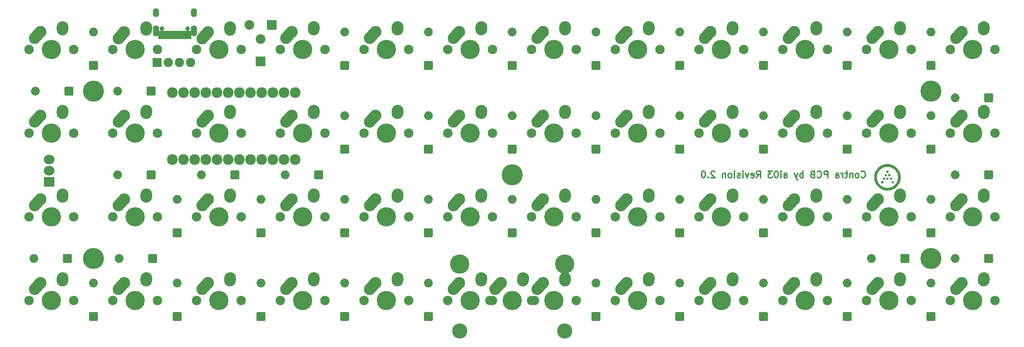
<source format=gbs>
G04 #@! TF.GenerationSoftware,KiCad,Pcbnew,(6.0.2)*
G04 #@! TF.CreationDate,2022-04-02T12:37:14+05:30*
G04 #@! TF.ProjectId,Contra,436f6e74-7261-42e6-9b69-6361645f7063,rev?*
G04 #@! TF.SameCoordinates,Original*
G04 #@! TF.FileFunction,Soldermask,Bot*
G04 #@! TF.FilePolarity,Negative*
%FSLAX46Y46*%
G04 Gerber Fmt 4.6, Leading zero omitted, Abs format (unit mm)*
G04 Created by KiCad (PCBNEW (6.0.2)) date 2022-04-02 12:37:14*
%MOMM*%
%LPD*%
G01*
G04 APERTURE LIST*
G04 Aperture macros list*
%AMRoundRect*
0 Rectangle with rounded corners*
0 $1 Rounding radius*
0 $2 $3 $4 $5 $6 $7 $8 $9 X,Y pos of 4 corners*
0 Add a 4 corners polygon primitive as box body*
4,1,4,$2,$3,$4,$5,$6,$7,$8,$9,$2,$3,0*
0 Add four circle primitives for the rounded corners*
1,1,$1+$1,$2,$3*
1,1,$1+$1,$4,$5*
1,1,$1+$1,$6,$7*
1,1,$1+$1,$8,$9*
0 Add four rect primitives between the rounded corners*
20,1,$1+$1,$2,$3,$4,$5,0*
20,1,$1+$1,$4,$5,$6,$7,0*
20,1,$1+$1,$6,$7,$8,$9,0*
20,1,$1+$1,$8,$9,$2,$3,0*%
%AMHorizOval*
0 Thick line with rounded ends*
0 $1 width*
0 $2 $3 position (X,Y) of the first rounded end (center of the circle)*
0 $4 $5 position (X,Y) of the second rounded end (center of the circle)*
0 Add line between two ends*
20,1,$1,$2,$3,$4,$5,0*
0 Add two circle primitives to create the rounded ends*
1,1,$1,$2,$3*
1,1,$1,$4,$5*%
G04 Aperture macros list end*
%ADD10C,0.300000*%
%ADD11C,0.010000*%
%ADD12C,2.150000*%
%ADD13C,4.387800*%
%ADD14C,2.650000*%
%ADD15HorizOval,2.650000X0.655001X0.730000X-0.655001X-0.730000X0*%
%ADD16HorizOval,2.650000X0.020000X0.290000X-0.020000X-0.290000X0*%
%ADD17C,3.448000*%
%ADD18C,1.100000*%
%ADD19C,4.800000*%
%ADD20RoundRect,0.200000X0.800000X-0.800000X0.800000X0.800000X-0.800000X0.800000X-0.800000X-0.800000X0*%
%ADD21O,2.000000X2.000000*%
%ADD22RoundRect,0.200000X0.800000X0.800000X-0.800000X0.800000X-0.800000X-0.800000X0.800000X-0.800000X0*%
%ADD23RoundRect,0.200000X0.850000X-0.850000X0.850000X0.850000X-0.850000X0.850000X-0.850000X-0.850000X0*%
%ADD24O,2.100000X2.100000*%
%ADD25RoundRect,0.200000X0.900000X-0.900000X0.900000X0.900000X-0.900000X0.900000X-0.900000X-0.900000X0*%
%ADD26O,2.200000X2.200000*%
%ADD27RoundRect,0.200000X0.900000X0.900000X-0.900000X0.900000X-0.900000X-0.900000X0.900000X-0.900000X0*%
%ADD28RoundRect,0.200000X1.015000X0.865000X-1.015000X0.865000X-1.015000X-0.865000X1.015000X-0.865000X0*%
%ADD29O,2.430000X2.130000*%
%ADD30C,2.432000*%
%ADD31C,1.050000*%
%ADD32RoundRect,0.200000X-0.300000X-0.725000X0.300000X-0.725000X0.300000X0.725000X-0.300000X0.725000X0*%
%ADD33RoundRect,0.200000X-0.150000X-0.725000X0.150000X-0.725000X0.150000X0.725000X-0.150000X0.725000X0*%
%ADD34O,1.400000X2.500000*%
%ADD35O,1.400000X2.000000*%
G04 APERTURE END LIST*
D10*
X222331605Y-67159914D02*
X222403034Y-67231342D01*
X222617320Y-67302771D01*
X222760177Y-67302771D01*
X222974462Y-67231342D01*
X223117320Y-67088485D01*
X223188748Y-66945628D01*
X223260177Y-66659914D01*
X223260177Y-66445628D01*
X223188748Y-66159914D01*
X223117320Y-66017057D01*
X222974462Y-65874200D01*
X222760177Y-65802771D01*
X222617320Y-65802771D01*
X222403034Y-65874200D01*
X222331605Y-65945628D01*
X221474462Y-67302771D02*
X221617320Y-67231342D01*
X221688748Y-67159914D01*
X221760177Y-67017057D01*
X221760177Y-66588485D01*
X221688748Y-66445628D01*
X221617320Y-66374200D01*
X221474462Y-66302771D01*
X221260177Y-66302771D01*
X221117320Y-66374200D01*
X221045891Y-66445628D01*
X220974462Y-66588485D01*
X220974462Y-67017057D01*
X221045891Y-67159914D01*
X221117320Y-67231342D01*
X221260177Y-67302771D01*
X221474462Y-67302771D01*
X220331605Y-66302771D02*
X220331605Y-67302771D01*
X220331605Y-66445628D02*
X220260177Y-66374200D01*
X220117320Y-66302771D01*
X219903034Y-66302771D01*
X219760177Y-66374200D01*
X219688748Y-66517057D01*
X219688748Y-67302771D01*
X219188748Y-66302771D02*
X218617320Y-66302771D01*
X218974462Y-65802771D02*
X218974462Y-67088485D01*
X218903034Y-67231342D01*
X218760177Y-67302771D01*
X218617320Y-67302771D01*
X218117320Y-67302771D02*
X218117320Y-66302771D01*
X218117320Y-66588485D02*
X218045891Y-66445628D01*
X217974462Y-66374200D01*
X217831605Y-66302771D01*
X217688748Y-66302771D01*
X216545891Y-67302771D02*
X216545891Y-66517057D01*
X216617320Y-66374200D01*
X216760177Y-66302771D01*
X217045891Y-66302771D01*
X217188748Y-66374200D01*
X216545891Y-67231342D02*
X216688748Y-67302771D01*
X217045891Y-67302771D01*
X217188748Y-67231342D01*
X217260177Y-67088485D01*
X217260177Y-66945628D01*
X217188748Y-66802771D01*
X217045891Y-66731342D01*
X216688748Y-66731342D01*
X216545891Y-66659914D01*
X214688748Y-67302771D02*
X214688748Y-65802771D01*
X214117320Y-65802771D01*
X213974462Y-65874200D01*
X213903034Y-65945628D01*
X213831605Y-66088485D01*
X213831605Y-66302771D01*
X213903034Y-66445628D01*
X213974462Y-66517057D01*
X214117320Y-66588485D01*
X214688748Y-66588485D01*
X212331605Y-67159914D02*
X212403034Y-67231342D01*
X212617320Y-67302771D01*
X212760177Y-67302771D01*
X212974462Y-67231342D01*
X213117320Y-67088485D01*
X213188748Y-66945628D01*
X213260177Y-66659914D01*
X213260177Y-66445628D01*
X213188748Y-66159914D01*
X213117320Y-66017057D01*
X212974462Y-65874200D01*
X212760177Y-65802771D01*
X212617320Y-65802771D01*
X212403034Y-65874200D01*
X212331605Y-65945628D01*
X211188748Y-66517057D02*
X210974462Y-66588485D01*
X210903034Y-66659914D01*
X210831605Y-66802771D01*
X210831605Y-67017057D01*
X210903034Y-67159914D01*
X210974462Y-67231342D01*
X211117320Y-67302771D01*
X211688748Y-67302771D01*
X211688748Y-65802771D01*
X211188748Y-65802771D01*
X211045891Y-65874200D01*
X210974462Y-65945628D01*
X210903034Y-66088485D01*
X210903034Y-66231342D01*
X210974462Y-66374200D01*
X211045891Y-66445628D01*
X211188748Y-66517057D01*
X211688748Y-66517057D01*
X209045891Y-67302771D02*
X209045891Y-65802771D01*
X209045891Y-66374200D02*
X208903034Y-66302771D01*
X208617320Y-66302771D01*
X208474462Y-66374200D01*
X208403034Y-66445628D01*
X208331605Y-66588485D01*
X208331605Y-67017057D01*
X208403034Y-67159914D01*
X208474462Y-67231342D01*
X208617320Y-67302771D01*
X208903034Y-67302771D01*
X209045891Y-67231342D01*
X207831605Y-66302771D02*
X207474462Y-67302771D01*
X207117320Y-66302771D02*
X207474462Y-67302771D01*
X207617320Y-67659914D01*
X207688748Y-67731342D01*
X207831605Y-67802771D01*
X204760177Y-67302771D02*
X204760177Y-66517057D01*
X204831605Y-66374200D01*
X204974462Y-66302771D01*
X205260177Y-66302771D01*
X205403034Y-66374200D01*
X204760177Y-67231342D02*
X204903034Y-67302771D01*
X205260177Y-67302771D01*
X205403034Y-67231342D01*
X205474462Y-67088485D01*
X205474462Y-66945628D01*
X205403034Y-66802771D01*
X205260177Y-66731342D01*
X204903034Y-66731342D01*
X204760177Y-66659914D01*
X204045891Y-67302771D02*
X204045891Y-66302771D01*
X204045891Y-65802771D02*
X204117320Y-65874200D01*
X204045891Y-65945628D01*
X203974462Y-65874200D01*
X204045891Y-65802771D01*
X204045891Y-65945628D01*
X203045891Y-65802771D02*
X202903034Y-65802771D01*
X202760177Y-65874200D01*
X202688748Y-65945628D01*
X202617320Y-66088485D01*
X202545891Y-66374200D01*
X202545891Y-66731342D01*
X202617320Y-67017057D01*
X202688748Y-67159914D01*
X202760177Y-67231342D01*
X202903034Y-67302771D01*
X203045891Y-67302771D01*
X203188748Y-67231342D01*
X203260177Y-67159914D01*
X203331605Y-67017057D01*
X203403034Y-66731342D01*
X203403034Y-66374200D01*
X203331605Y-66088485D01*
X203260177Y-65945628D01*
X203188748Y-65874200D01*
X203045891Y-65802771D01*
X202045891Y-65802771D02*
X201117320Y-65802771D01*
X201617320Y-66374200D01*
X201403034Y-66374200D01*
X201260177Y-66445628D01*
X201188748Y-66517057D01*
X201117320Y-66659914D01*
X201117320Y-67017057D01*
X201188748Y-67159914D01*
X201260177Y-67231342D01*
X201403034Y-67302771D01*
X201831605Y-67302771D01*
X201974462Y-67231342D01*
X202045891Y-67159914D01*
X198474462Y-67302771D02*
X198974462Y-66588485D01*
X199331605Y-67302771D02*
X199331605Y-65802771D01*
X198760177Y-65802771D01*
X198617320Y-65874200D01*
X198545891Y-65945628D01*
X198474462Y-66088485D01*
X198474462Y-66302771D01*
X198545891Y-66445628D01*
X198617320Y-66517057D01*
X198760177Y-66588485D01*
X199331605Y-66588485D01*
X197260177Y-67231342D02*
X197403034Y-67302771D01*
X197688748Y-67302771D01*
X197831605Y-67231342D01*
X197903034Y-67088485D01*
X197903034Y-66517057D01*
X197831605Y-66374200D01*
X197688748Y-66302771D01*
X197403034Y-66302771D01*
X197260177Y-66374200D01*
X197188748Y-66517057D01*
X197188748Y-66659914D01*
X197903034Y-66802771D01*
X196688748Y-66302771D02*
X196331605Y-67302771D01*
X195974462Y-66302771D01*
X195403034Y-67302771D02*
X195403034Y-66302771D01*
X195403034Y-65802771D02*
X195474462Y-65874200D01*
X195403034Y-65945628D01*
X195331605Y-65874200D01*
X195403034Y-65802771D01*
X195403034Y-65945628D01*
X194760177Y-67231342D02*
X194617320Y-67302771D01*
X194331605Y-67302771D01*
X194188748Y-67231342D01*
X194117320Y-67088485D01*
X194117320Y-67017057D01*
X194188748Y-66874200D01*
X194331605Y-66802771D01*
X194545891Y-66802771D01*
X194688748Y-66731342D01*
X194760177Y-66588485D01*
X194760177Y-66517057D01*
X194688748Y-66374200D01*
X194545891Y-66302771D01*
X194331605Y-66302771D01*
X194188748Y-66374200D01*
X193474462Y-67302771D02*
X193474462Y-66302771D01*
X193474462Y-65802771D02*
X193545891Y-65874200D01*
X193474462Y-65945628D01*
X193403034Y-65874200D01*
X193474462Y-65802771D01*
X193474462Y-65945628D01*
X192545891Y-67302771D02*
X192688748Y-67231342D01*
X192760177Y-67159914D01*
X192831605Y-67017057D01*
X192831605Y-66588485D01*
X192760177Y-66445628D01*
X192688748Y-66374200D01*
X192545891Y-66302771D01*
X192331605Y-66302771D01*
X192188748Y-66374200D01*
X192117320Y-66445628D01*
X192045891Y-66588485D01*
X192045891Y-67017057D01*
X192117320Y-67159914D01*
X192188748Y-67231342D01*
X192331605Y-67302771D01*
X192545891Y-67302771D01*
X191403034Y-66302771D02*
X191403034Y-67302771D01*
X191403034Y-66445628D02*
X191331605Y-66374200D01*
X191188748Y-66302771D01*
X190974462Y-66302771D01*
X190831605Y-66374200D01*
X190760177Y-66517057D01*
X190760177Y-67302771D01*
X188974462Y-65945628D02*
X188903034Y-65874200D01*
X188760177Y-65802771D01*
X188403034Y-65802771D01*
X188260177Y-65874200D01*
X188188748Y-65945628D01*
X188117320Y-66088485D01*
X188117320Y-66231342D01*
X188188748Y-66445628D01*
X189045891Y-67302771D01*
X188117320Y-67302771D01*
X187474462Y-67159914D02*
X187403034Y-67231342D01*
X187474462Y-67302771D01*
X187545891Y-67231342D01*
X187474462Y-67159914D01*
X187474462Y-67302771D01*
X186474462Y-65802771D02*
X186331605Y-65802771D01*
X186188748Y-65874200D01*
X186117320Y-65945628D01*
X186045891Y-66088485D01*
X185974462Y-66374200D01*
X185974462Y-66731342D01*
X186045891Y-67017057D01*
X186117320Y-67159914D01*
X186188748Y-67231342D01*
X186331605Y-67302771D01*
X186474462Y-67302771D01*
X186617320Y-67231342D01*
X186688748Y-67159914D01*
X186760177Y-67017057D01*
X186831605Y-66731342D01*
X186831605Y-66374200D01*
X186760177Y-66088485D01*
X186688748Y-65945628D01*
X186617320Y-65874200D01*
X186474462Y-65802771D01*
D11*
X229219125Y-68482210D02*
X229623937Y-68482210D01*
X229623937Y-68482210D02*
X229623937Y-68077398D01*
X229623937Y-68077398D02*
X229219125Y-68077398D01*
X229219125Y-68077398D02*
X229219125Y-68482210D01*
X229219125Y-68482210D02*
X229219125Y-68482210D01*
G36*
X229623937Y-68482210D02*
G01*
X229219125Y-68482210D01*
X229219125Y-68077398D01*
X229623937Y-68077398D01*
X229623937Y-68482210D01*
G37*
X229623937Y-68482210D02*
X229219125Y-68482210D01*
X229219125Y-68077398D01*
X229623937Y-68077398D01*
X229623937Y-68482210D01*
X227242687Y-67696398D02*
X227623687Y-67696398D01*
X227623687Y-67696398D02*
X227623687Y-67291585D01*
X227623687Y-67291585D02*
X227242687Y-67291585D01*
X227242687Y-67291585D02*
X227242687Y-67696398D01*
X227242687Y-67696398D02*
X227242687Y-67696398D01*
G36*
X227623687Y-67696398D02*
G01*
X227242687Y-67696398D01*
X227242687Y-67291585D01*
X227623687Y-67291585D01*
X227623687Y-67696398D01*
G37*
X227623687Y-67696398D02*
X227242687Y-67696398D01*
X227242687Y-67291585D01*
X227623687Y-67291585D01*
X227623687Y-67696398D01*
X228028500Y-67696398D02*
X228433312Y-67696398D01*
X228433312Y-67696398D02*
X228433312Y-67291585D01*
X228433312Y-67291585D02*
X228028500Y-67291585D01*
X228028500Y-67291585D02*
X228028500Y-67696398D01*
X228028500Y-67696398D02*
X228028500Y-67696398D01*
G36*
X228433312Y-67696398D02*
G01*
X228028500Y-67696398D01*
X228028500Y-67291585D01*
X228433312Y-67291585D01*
X228433312Y-67696398D01*
G37*
X228433312Y-67696398D02*
X228028500Y-67696398D01*
X228028500Y-67291585D01*
X228433312Y-67291585D01*
X228433312Y-67696398D01*
X226837875Y-68482210D02*
X227242687Y-68482210D01*
X227242687Y-68482210D02*
X227242687Y-68077398D01*
X227242687Y-68077398D02*
X226837875Y-68077398D01*
X226837875Y-68077398D02*
X226837875Y-68482210D01*
X226837875Y-68482210D02*
X226837875Y-68482210D01*
G36*
X227242687Y-68482210D02*
G01*
X226837875Y-68482210D01*
X226837875Y-68077398D01*
X227242687Y-68077398D01*
X227242687Y-68482210D01*
G37*
X227242687Y-68482210D02*
X226837875Y-68482210D01*
X226837875Y-68077398D01*
X227242687Y-68077398D01*
X227242687Y-68482210D01*
X228433312Y-66886773D02*
X228814312Y-66886773D01*
X228814312Y-66886773D02*
X228814312Y-66505773D01*
X228814312Y-66505773D02*
X228433312Y-66505773D01*
X228433312Y-66505773D02*
X228433312Y-66886773D01*
X228433312Y-66886773D02*
X228433312Y-66886773D01*
G36*
X228814312Y-66886773D02*
G01*
X228433312Y-66886773D01*
X228433312Y-66505773D01*
X228814312Y-66505773D01*
X228814312Y-66886773D01*
G37*
X228814312Y-66886773D02*
X228433312Y-66886773D01*
X228433312Y-66505773D01*
X228814312Y-66505773D01*
X228814312Y-66886773D01*
X228814312Y-67696398D02*
X229219125Y-67696398D01*
X229219125Y-67696398D02*
X229219125Y-67291585D01*
X229219125Y-67291585D02*
X228814312Y-67291585D01*
X228814312Y-67291585D02*
X228814312Y-67696398D01*
X228814312Y-67696398D02*
X228814312Y-67696398D01*
G36*
X229219125Y-67696398D02*
G01*
X228814312Y-67696398D01*
X228814312Y-67291585D01*
X229219125Y-67291585D01*
X229219125Y-67696398D01*
G37*
X229219125Y-67696398D02*
X228814312Y-67696398D01*
X228814312Y-67291585D01*
X229219125Y-67291585D01*
X229219125Y-67696398D01*
X227623687Y-66886773D02*
X228028500Y-66886773D01*
X228028500Y-66886773D02*
X228028500Y-66505773D01*
X228028500Y-66505773D02*
X227623687Y-66505773D01*
X227623687Y-66505773D02*
X227623687Y-66886773D01*
X227623687Y-66886773D02*
X227623687Y-66886773D01*
G36*
X228028500Y-66886773D02*
G01*
X227623687Y-66886773D01*
X227623687Y-66505773D01*
X228028500Y-66505773D01*
X228028500Y-66886773D01*
G37*
X228028500Y-66886773D02*
X227623687Y-66886773D01*
X227623687Y-66505773D01*
X228028500Y-66505773D01*
X228028500Y-66886773D01*
X228215031Y-64208505D02*
X228090913Y-64209875D01*
X228090913Y-64209875D02*
X227979201Y-64214032D01*
X227979201Y-64214032D02*
X227876608Y-64221379D01*
X227876608Y-64221379D02*
X227779844Y-64232320D01*
X227779844Y-64232320D02*
X227685622Y-64247258D01*
X227685622Y-64247258D02*
X227590653Y-64266597D01*
X227590653Y-64266597D02*
X227491649Y-64290741D01*
X227491649Y-64290741D02*
X227446370Y-64302878D01*
X227446370Y-64302878D02*
X227237823Y-64368116D01*
X227237823Y-64368116D02*
X227035735Y-64447452D01*
X227035735Y-64447452D02*
X226840872Y-64540488D01*
X226840872Y-64540488D02*
X226654001Y-64646828D01*
X226654001Y-64646828D02*
X226475886Y-64766076D01*
X226475886Y-64766076D02*
X226323740Y-64884077D01*
X226323740Y-64884077D02*
X226166072Y-65024802D01*
X226166072Y-65024802D02*
X226018735Y-65176247D01*
X226018735Y-65176247D02*
X225882414Y-65337345D01*
X225882414Y-65337345D02*
X225757792Y-65507027D01*
X225757792Y-65507027D02*
X225645553Y-65684226D01*
X225645553Y-65684226D02*
X225546380Y-65867876D01*
X225546380Y-65867876D02*
X225460958Y-66056907D01*
X225460958Y-66056907D02*
X225389970Y-66250253D01*
X225389970Y-66250253D02*
X225341216Y-66418263D01*
X225341216Y-66418263D02*
X225308145Y-66558249D01*
X225308145Y-66558249D02*
X225282785Y-66690185D01*
X225282785Y-66690185D02*
X225264393Y-66819457D01*
X225264393Y-66819457D02*
X225252225Y-66951453D01*
X225252225Y-66951453D02*
X225245539Y-67091560D01*
X225245539Y-67091560D02*
X225244886Y-67116960D01*
X225244886Y-67116960D02*
X225247605Y-67335257D01*
X225247605Y-67335257D02*
X225265800Y-67550040D01*
X225265800Y-67550040D02*
X225299465Y-67761281D01*
X225299465Y-67761281D02*
X225348594Y-67968949D01*
X225348594Y-67968949D02*
X225413181Y-68173015D01*
X225413181Y-68173015D02*
X225477378Y-68336947D01*
X225477378Y-68336947D02*
X225505461Y-68402212D01*
X225505461Y-68402212D02*
X225529523Y-68456370D01*
X225529523Y-68456370D02*
X225551392Y-68503073D01*
X225551392Y-68503073D02*
X225572893Y-68545973D01*
X225572893Y-68545973D02*
X225595854Y-68588723D01*
X225595854Y-68588723D02*
X225622100Y-68634975D01*
X225622100Y-68634975D02*
X225651225Y-68684616D01*
X225651225Y-68684616D02*
X225770444Y-68870887D01*
X225770444Y-68870887D02*
X225900548Y-69045613D01*
X225900548Y-69045613D02*
X226041671Y-69208925D01*
X226041671Y-69208925D02*
X226193945Y-69360956D01*
X226193945Y-69360956D02*
X226357503Y-69501840D01*
X226357503Y-69501840D02*
X226532476Y-69631708D01*
X226532476Y-69631708D02*
X226714844Y-69748235D01*
X226714844Y-69748235D02*
X226767673Y-69779204D01*
X226767673Y-69779204D02*
X226813586Y-69805181D01*
X226813586Y-69805181D02*
X226856235Y-69827991D01*
X226856235Y-69827991D02*
X226899272Y-69849461D01*
X226899272Y-69849461D02*
X226946349Y-69871417D01*
X226946349Y-69871417D02*
X227001119Y-69895685D01*
X227001119Y-69895685D02*
X227062513Y-69922082D01*
X227062513Y-69922082D02*
X227158746Y-69961629D01*
X227158746Y-69961629D02*
X227247464Y-69994668D01*
X227247464Y-69994668D02*
X227334578Y-70023155D01*
X227334578Y-70023155D02*
X227426002Y-70049049D01*
X227426002Y-70049049D02*
X227508594Y-70069782D01*
X227508594Y-70069782D02*
X227673110Y-70105336D01*
X227673110Y-70105336D02*
X227830205Y-70131013D01*
X227830205Y-70131013D02*
X227984433Y-70147353D01*
X227984433Y-70147353D02*
X228140351Y-70154896D01*
X228140351Y-70154896D02*
X228230906Y-70155473D01*
X228230906Y-70155473D02*
X228282125Y-70154958D01*
X228282125Y-70154958D02*
X228330246Y-70154253D01*
X228330246Y-70154253D02*
X228372126Y-70153420D01*
X228372126Y-70153420D02*
X228404622Y-70152523D01*
X228404622Y-70152523D02*
X228424590Y-70151625D01*
X228424590Y-70151625D02*
X228425375Y-70151569D01*
X228425375Y-70151569D02*
X228641549Y-70127617D01*
X228641549Y-70127617D02*
X228854306Y-70088630D01*
X228854306Y-70088630D02*
X229062787Y-70034927D01*
X229062787Y-70034927D02*
X229266132Y-69966823D01*
X229266132Y-69966823D02*
X229463484Y-69884636D01*
X229463484Y-69884636D02*
X229653982Y-69788685D01*
X229653982Y-69788685D02*
X229836768Y-69679286D01*
X229836768Y-69679286D02*
X229987724Y-69574256D01*
X229987724Y-69574256D02*
X230160651Y-69435909D01*
X230160651Y-69435909D02*
X230321335Y-69287548D01*
X230321335Y-69287548D02*
X230469549Y-69129499D01*
X230469549Y-69129499D02*
X230605071Y-68962092D01*
X230605071Y-68962092D02*
X230727676Y-68785654D01*
X230727676Y-68785654D02*
X230837139Y-68600512D01*
X230837139Y-68600512D02*
X230933237Y-68406995D01*
X230933237Y-68406995D02*
X231015744Y-68205431D01*
X231015744Y-68205431D02*
X231084437Y-67996148D01*
X231084437Y-67996148D02*
X231096582Y-67953090D01*
X231096582Y-67953090D02*
X231122948Y-67851295D01*
X231122948Y-67851295D02*
X231144333Y-67754971D01*
X231144333Y-67754971D02*
X231161141Y-67660827D01*
X231161141Y-67660827D02*
X231173775Y-67565577D01*
X231173775Y-67565577D02*
X231182640Y-67465930D01*
X231182640Y-67465930D02*
X231188138Y-67358600D01*
X231188138Y-67358600D02*
X231190674Y-67240296D01*
X231190674Y-67240296D02*
X231190955Y-67184429D01*
X231190955Y-67184429D02*
X231190280Y-67129068D01*
X231190280Y-67129068D02*
X230658206Y-67129068D01*
X230658206Y-67129068D02*
X230658103Y-67209206D01*
X230658103Y-67209206D02*
X230656437Y-67288870D01*
X230656437Y-67288870D02*
X230653241Y-67363997D01*
X230653241Y-67363997D02*
X230648544Y-67430520D01*
X230648544Y-67430520D02*
X230644824Y-67466210D01*
X230644824Y-67466210D02*
X230612950Y-67663508D01*
X230612950Y-67663508D02*
X230566299Y-67855123D01*
X230566299Y-67855123D02*
X230505049Y-68040682D01*
X230505049Y-68040682D02*
X230429381Y-68219809D01*
X230429381Y-68219809D02*
X230339473Y-68392129D01*
X230339473Y-68392129D02*
X230235506Y-68557269D01*
X230235506Y-68557269D02*
X230117659Y-68714853D01*
X230117659Y-68714853D02*
X229986112Y-68864507D01*
X229986112Y-68864507D02*
X229963776Y-68887720D01*
X229963776Y-68887720D02*
X229829542Y-69014794D01*
X229829542Y-69014794D02*
X229683840Y-69132730D01*
X229683840Y-69132730D02*
X229529369Y-69239550D01*
X229529369Y-69239550D02*
X229368831Y-69333276D01*
X229368831Y-69333276D02*
X229323042Y-69356964D01*
X229323042Y-69356964D02*
X229248634Y-69393613D01*
X229248634Y-69393613D02*
X229183393Y-69423832D01*
X229183393Y-69423832D02*
X229122896Y-69449400D01*
X229122896Y-69449400D02*
X229062722Y-69472094D01*
X229062722Y-69472094D02*
X228998449Y-69493693D01*
X228998449Y-69493693D02*
X228933375Y-69513687D01*
X228933375Y-69513687D02*
X228744162Y-69563100D01*
X228744162Y-69563100D02*
X228558411Y-69597551D01*
X228558411Y-69597551D02*
X228374673Y-69617174D01*
X228374673Y-69617174D02*
X228191497Y-69622102D01*
X228191497Y-69622102D02*
X228007436Y-69612471D01*
X228007436Y-69612471D02*
X227940894Y-69605491D01*
X227940894Y-69605491D02*
X227753562Y-69576547D01*
X227753562Y-69576547D02*
X227573981Y-69534738D01*
X227573981Y-69534738D02*
X227399643Y-69479314D01*
X227399643Y-69479314D02*
X227228041Y-69409524D01*
X227228041Y-69409524D02*
X227131084Y-69363326D01*
X227131084Y-69363326D02*
X226960452Y-69269907D01*
X226960452Y-69269907D02*
X226801036Y-69166172D01*
X226801036Y-69166172D02*
X226652078Y-69051434D01*
X226652078Y-69051434D02*
X226512821Y-68925010D01*
X226512821Y-68925010D02*
X226382506Y-68786214D01*
X226382506Y-68786214D02*
X226260376Y-68634363D01*
X226260376Y-68634363D02*
X226152108Y-68478719D01*
X226152108Y-68478719D02*
X226126982Y-68437528D01*
X226126982Y-68437528D02*
X226097659Y-68385400D01*
X226097659Y-68385400D02*
X226065959Y-68325956D01*
X226065959Y-68325956D02*
X226033701Y-68262816D01*
X226033701Y-68262816D02*
X226002707Y-68199600D01*
X226002707Y-68199600D02*
X225974794Y-68139927D01*
X225974794Y-68139927D02*
X225951785Y-68087417D01*
X225951785Y-68087417D02*
X225938347Y-68053585D01*
X225938347Y-68053585D02*
X225875480Y-67862044D01*
X225875480Y-67862044D02*
X225828084Y-67669305D01*
X225828084Y-67669305D02*
X225796200Y-67475910D01*
X225796200Y-67475910D02*
X225779870Y-67282400D01*
X225779870Y-67282400D02*
X225779132Y-67089317D01*
X225779132Y-67089317D02*
X225794028Y-66897202D01*
X225794028Y-66897202D02*
X225824598Y-66706596D01*
X225824598Y-66706596D02*
X225834401Y-66660554D01*
X225834401Y-66660554D02*
X225868050Y-66524261D01*
X225868050Y-66524261D02*
X225906358Y-66398078D01*
X225906358Y-66398078D02*
X225951296Y-66276467D01*
X225951296Y-66276467D02*
X226004837Y-66153892D01*
X226004837Y-66153892D02*
X226042496Y-66076418D01*
X226042496Y-66076418D02*
X226136201Y-65907570D01*
X226136201Y-65907570D02*
X226243026Y-65747133D01*
X226243026Y-65747133D02*
X226362202Y-65595828D01*
X226362202Y-65595828D02*
X226492963Y-65454374D01*
X226492963Y-65454374D02*
X226634540Y-65323491D01*
X226634540Y-65323491D02*
X226786166Y-65203900D01*
X226786166Y-65203900D02*
X226947073Y-65096320D01*
X226947073Y-65096320D02*
X227116493Y-65001471D01*
X227116493Y-65001471D02*
X227260675Y-64933940D01*
X227260675Y-64933940D02*
X227432303Y-64867545D01*
X227432303Y-64867545D02*
X227604857Y-64815547D01*
X227604857Y-64815547D02*
X227780344Y-64777538D01*
X227780344Y-64777538D02*
X227960774Y-64753111D01*
X227960774Y-64753111D02*
X228148155Y-64741857D01*
X228148155Y-64741857D02*
X228211062Y-64740967D01*
X228211062Y-64740967D02*
X228409157Y-64747337D01*
X228409157Y-64747337D02*
X228600785Y-64767982D01*
X228600785Y-64767982D02*
X228786719Y-64803133D01*
X228786719Y-64803133D02*
X228967735Y-64853027D01*
X228967735Y-64853027D02*
X229144606Y-64917895D01*
X229144606Y-64917895D02*
X229318106Y-64997973D01*
X229318106Y-64997973D02*
X229489009Y-65093495D01*
X229489009Y-65093495D02*
X229589706Y-65157704D01*
X229589706Y-65157704D02*
X229729139Y-65259232D01*
X229729139Y-65259232D02*
X229863337Y-65373738D01*
X229863337Y-65373738D02*
X229990659Y-65499299D01*
X229990659Y-65499299D02*
X230109465Y-65633991D01*
X230109465Y-65633991D02*
X230218114Y-65775891D01*
X230218114Y-65775891D02*
X230314965Y-65923075D01*
X230314965Y-65923075D02*
X230398378Y-66073621D01*
X230398378Y-66073621D02*
X230433174Y-66146540D01*
X230433174Y-66146540D02*
X230494577Y-66291399D01*
X230494577Y-66291399D02*
X230544808Y-66430638D01*
X230544808Y-66430638D02*
X230585065Y-66568586D01*
X230585065Y-66568586D02*
X230616544Y-66709574D01*
X230616544Y-66709574D02*
X230640444Y-66857931D01*
X230640444Y-66857931D02*
X230648845Y-66926460D01*
X230648845Y-66926460D02*
X230653608Y-66983630D01*
X230653608Y-66983630D02*
X230656718Y-67052521D01*
X230656718Y-67052521D02*
X230658206Y-67129068D01*
X230658206Y-67129068D02*
X231190280Y-67129068D01*
X231190280Y-67129068D02*
X231189210Y-67041433D01*
X231189210Y-67041433D02*
X231183336Y-66910566D01*
X231183336Y-66910566D02*
X231172762Y-66788485D01*
X231172762Y-66788485D02*
X231156915Y-66671845D01*
X231156915Y-66671845D02*
X231135223Y-66557304D01*
X231135223Y-66557304D02*
X231107113Y-66441519D01*
X231107113Y-66441519D02*
X231072014Y-66321147D01*
X231072014Y-66321147D02*
X231029353Y-66192844D01*
X231029353Y-66192844D02*
X231013659Y-66148585D01*
X231013659Y-66148585D02*
X230935274Y-65953866D01*
X230935274Y-65953866D02*
X230842434Y-65765532D01*
X230842434Y-65765532D02*
X230735328Y-65583845D01*
X230735328Y-65583845D02*
X230614148Y-65409068D01*
X230614148Y-65409068D02*
X230479083Y-65241463D01*
X230479083Y-65241463D02*
X230330326Y-65081293D01*
X230330326Y-65081293D02*
X230168067Y-64928820D01*
X230168067Y-64928820D02*
X230061229Y-64838639D01*
X230061229Y-64838639D02*
X229975400Y-64773146D01*
X229975400Y-64773146D02*
X229877861Y-64705820D01*
X229877861Y-64705820D02*
X229772252Y-64638872D01*
X229772252Y-64638872D02*
X229662214Y-64574515D01*
X229662214Y-64574515D02*
X229551387Y-64514960D01*
X229551387Y-64514960D02*
X229443411Y-64462418D01*
X229443411Y-64462418D02*
X229437406Y-64459675D01*
X229437406Y-64459675D02*
X229367446Y-64429802D01*
X229367446Y-64429802D02*
X229286265Y-64398416D01*
X229286265Y-64398416D02*
X229198233Y-64366996D01*
X229198233Y-64366996D02*
X229107721Y-64337022D01*
X229107721Y-64337022D02*
X229019099Y-64309971D01*
X229019099Y-64309971D02*
X228936736Y-64287324D01*
X228936736Y-64287324D02*
X228904850Y-64279431D01*
X228904850Y-64279431D02*
X228811625Y-64258663D01*
X228811625Y-64258663D02*
X228722651Y-64242003D01*
X228722651Y-64242003D02*
X228634647Y-64229112D01*
X228634647Y-64229112D02*
X228544331Y-64219655D01*
X228544331Y-64219655D02*
X228448422Y-64213292D01*
X228448422Y-64213292D02*
X228343640Y-64209688D01*
X228343640Y-64209688D02*
X228226705Y-64208504D01*
X228226705Y-64208504D02*
X228215031Y-64208505D01*
X228215031Y-64208505D02*
X228215031Y-64208505D01*
G36*
X231190674Y-67240296D02*
G01*
X231188138Y-67358600D01*
X231182640Y-67465930D01*
X231173775Y-67565577D01*
X231161141Y-67660827D01*
X231144333Y-67754971D01*
X231122948Y-67851295D01*
X231096582Y-67953090D01*
X231084437Y-67996148D01*
X231015744Y-68205431D01*
X230933237Y-68406995D01*
X230837139Y-68600512D01*
X230727676Y-68785654D01*
X230605071Y-68962092D01*
X230469549Y-69129499D01*
X230321335Y-69287548D01*
X230160651Y-69435909D01*
X229987724Y-69574256D01*
X229836768Y-69679286D01*
X229653982Y-69788685D01*
X229463484Y-69884636D01*
X229266132Y-69966823D01*
X229062787Y-70034927D01*
X228854306Y-70088630D01*
X228641549Y-70127617D01*
X228425375Y-70151569D01*
X228424590Y-70151625D01*
X228404622Y-70152523D01*
X228372126Y-70153420D01*
X228330246Y-70154253D01*
X228282125Y-70154958D01*
X228230906Y-70155473D01*
X228140351Y-70154896D01*
X227984433Y-70147353D01*
X227830205Y-70131013D01*
X227673110Y-70105336D01*
X227508594Y-70069782D01*
X227426002Y-70049049D01*
X227334578Y-70023155D01*
X227247464Y-69994668D01*
X227158746Y-69961629D01*
X227062513Y-69922082D01*
X227001119Y-69895685D01*
X226946349Y-69871417D01*
X226899272Y-69849461D01*
X226856235Y-69827991D01*
X226813586Y-69805181D01*
X226767673Y-69779204D01*
X226714844Y-69748235D01*
X226532476Y-69631708D01*
X226357503Y-69501840D01*
X226193945Y-69360956D01*
X226041671Y-69208925D01*
X225900548Y-69045613D01*
X225770444Y-68870887D01*
X225651225Y-68684616D01*
X225622100Y-68634975D01*
X225595854Y-68588723D01*
X225572893Y-68545973D01*
X225551392Y-68503073D01*
X225529523Y-68456370D01*
X225505461Y-68402212D01*
X225477378Y-68336947D01*
X225413181Y-68173015D01*
X225348594Y-67968949D01*
X225299465Y-67761281D01*
X225265800Y-67550040D01*
X225247605Y-67335257D01*
X225244886Y-67116960D01*
X225245539Y-67091560D01*
X225245646Y-67089317D01*
X225779132Y-67089317D01*
X225779870Y-67282400D01*
X225796200Y-67475910D01*
X225828084Y-67669305D01*
X225875480Y-67862044D01*
X225938347Y-68053585D01*
X225951785Y-68087417D01*
X225974794Y-68139927D01*
X226002707Y-68199600D01*
X226033701Y-68262816D01*
X226065959Y-68325956D01*
X226097659Y-68385400D01*
X226126982Y-68437528D01*
X226152108Y-68478719D01*
X226260376Y-68634363D01*
X226382506Y-68786214D01*
X226512821Y-68925010D01*
X226652078Y-69051434D01*
X226801036Y-69166172D01*
X226960452Y-69269907D01*
X227131084Y-69363326D01*
X227228041Y-69409524D01*
X227399643Y-69479314D01*
X227573981Y-69534738D01*
X227753562Y-69576547D01*
X227940894Y-69605491D01*
X228007436Y-69612471D01*
X228191497Y-69622102D01*
X228374673Y-69617174D01*
X228558411Y-69597551D01*
X228744162Y-69563100D01*
X228933375Y-69513687D01*
X228998449Y-69493693D01*
X229062722Y-69472094D01*
X229122896Y-69449400D01*
X229183393Y-69423832D01*
X229248634Y-69393613D01*
X229323042Y-69356964D01*
X229368831Y-69333276D01*
X229529369Y-69239550D01*
X229683840Y-69132730D01*
X229829542Y-69014794D01*
X229963776Y-68887720D01*
X229986112Y-68864507D01*
X230117659Y-68714853D01*
X230235506Y-68557269D01*
X230339473Y-68392129D01*
X230429381Y-68219809D01*
X230505049Y-68040682D01*
X230566299Y-67855123D01*
X230612950Y-67663508D01*
X230644824Y-67466210D01*
X230648544Y-67430520D01*
X230653241Y-67363997D01*
X230656437Y-67288870D01*
X230658103Y-67209206D01*
X230658206Y-67129068D01*
X230656718Y-67052521D01*
X230653608Y-66983630D01*
X230648845Y-66926460D01*
X230640444Y-66857931D01*
X230616544Y-66709574D01*
X230585065Y-66568586D01*
X230544808Y-66430638D01*
X230494577Y-66291399D01*
X230433174Y-66146540D01*
X230398378Y-66073621D01*
X230314965Y-65923075D01*
X230218114Y-65775891D01*
X230109465Y-65633991D01*
X229990659Y-65499299D01*
X229863337Y-65373738D01*
X229729139Y-65259232D01*
X229589706Y-65157704D01*
X229489009Y-65093495D01*
X229318106Y-64997973D01*
X229144606Y-64917895D01*
X228967735Y-64853027D01*
X228786719Y-64803133D01*
X228600785Y-64767982D01*
X228409157Y-64747337D01*
X228211062Y-64740967D01*
X228148155Y-64741857D01*
X227960774Y-64753111D01*
X227780344Y-64777538D01*
X227604857Y-64815547D01*
X227432303Y-64867545D01*
X227260675Y-64933940D01*
X227116493Y-65001471D01*
X226947073Y-65096320D01*
X226786166Y-65203900D01*
X226634540Y-65323491D01*
X226492963Y-65454374D01*
X226362202Y-65595828D01*
X226243026Y-65747133D01*
X226136201Y-65907570D01*
X226042496Y-66076418D01*
X226004837Y-66153892D01*
X225951296Y-66276467D01*
X225906358Y-66398078D01*
X225868050Y-66524261D01*
X225834401Y-66660554D01*
X225824598Y-66706596D01*
X225794028Y-66897202D01*
X225779132Y-67089317D01*
X225245646Y-67089317D01*
X225252225Y-66951453D01*
X225264393Y-66819457D01*
X225282785Y-66690185D01*
X225308145Y-66558249D01*
X225341216Y-66418263D01*
X225389970Y-66250253D01*
X225460958Y-66056907D01*
X225546380Y-65867876D01*
X225645553Y-65684226D01*
X225757792Y-65507027D01*
X225882414Y-65337345D01*
X226018735Y-65176247D01*
X226166072Y-65024802D01*
X226323740Y-64884077D01*
X226475886Y-64766076D01*
X226654001Y-64646828D01*
X226840872Y-64540488D01*
X227035735Y-64447452D01*
X227237823Y-64368116D01*
X227446370Y-64302878D01*
X227491649Y-64290741D01*
X227590653Y-64266597D01*
X227685622Y-64247258D01*
X227779844Y-64232320D01*
X227876608Y-64221379D01*
X227979201Y-64214032D01*
X228090913Y-64209875D01*
X228215031Y-64208505D01*
X228226705Y-64208504D01*
X228343640Y-64209688D01*
X228448422Y-64213292D01*
X228544331Y-64219655D01*
X228634647Y-64229112D01*
X228722651Y-64242003D01*
X228811625Y-64258663D01*
X228904850Y-64279431D01*
X228936736Y-64287324D01*
X229019099Y-64309971D01*
X229107721Y-64337022D01*
X229198233Y-64366996D01*
X229286265Y-64398416D01*
X229367446Y-64429802D01*
X229437406Y-64459675D01*
X229443411Y-64462418D01*
X229551387Y-64514960D01*
X229662214Y-64574515D01*
X229772252Y-64638872D01*
X229877861Y-64705820D01*
X229975400Y-64773146D01*
X230061229Y-64838639D01*
X230168067Y-64928820D01*
X230330326Y-65081293D01*
X230479083Y-65241463D01*
X230614148Y-65409068D01*
X230735328Y-65583845D01*
X230842434Y-65765532D01*
X230935274Y-65953866D01*
X231013659Y-66148585D01*
X231029353Y-66192844D01*
X231072014Y-66321147D01*
X231107113Y-66441519D01*
X231135223Y-66557304D01*
X231156915Y-66671845D01*
X231172762Y-66788485D01*
X231183336Y-66910566D01*
X231189210Y-67041433D01*
X231190280Y-67129068D01*
X231190955Y-67184429D01*
X231190674Y-67240296D01*
G37*
X231190674Y-67240296D02*
X231188138Y-67358600D01*
X231182640Y-67465930D01*
X231173775Y-67565577D01*
X231161141Y-67660827D01*
X231144333Y-67754971D01*
X231122948Y-67851295D01*
X231096582Y-67953090D01*
X231084437Y-67996148D01*
X231015744Y-68205431D01*
X230933237Y-68406995D01*
X230837139Y-68600512D01*
X230727676Y-68785654D01*
X230605071Y-68962092D01*
X230469549Y-69129499D01*
X230321335Y-69287548D01*
X230160651Y-69435909D01*
X229987724Y-69574256D01*
X229836768Y-69679286D01*
X229653982Y-69788685D01*
X229463484Y-69884636D01*
X229266132Y-69966823D01*
X229062787Y-70034927D01*
X228854306Y-70088630D01*
X228641549Y-70127617D01*
X228425375Y-70151569D01*
X228424590Y-70151625D01*
X228404622Y-70152523D01*
X228372126Y-70153420D01*
X228330246Y-70154253D01*
X228282125Y-70154958D01*
X228230906Y-70155473D01*
X228140351Y-70154896D01*
X227984433Y-70147353D01*
X227830205Y-70131013D01*
X227673110Y-70105336D01*
X227508594Y-70069782D01*
X227426002Y-70049049D01*
X227334578Y-70023155D01*
X227247464Y-69994668D01*
X227158746Y-69961629D01*
X227062513Y-69922082D01*
X227001119Y-69895685D01*
X226946349Y-69871417D01*
X226899272Y-69849461D01*
X226856235Y-69827991D01*
X226813586Y-69805181D01*
X226767673Y-69779204D01*
X226714844Y-69748235D01*
X226532476Y-69631708D01*
X226357503Y-69501840D01*
X226193945Y-69360956D01*
X226041671Y-69208925D01*
X225900548Y-69045613D01*
X225770444Y-68870887D01*
X225651225Y-68684616D01*
X225622100Y-68634975D01*
X225595854Y-68588723D01*
X225572893Y-68545973D01*
X225551392Y-68503073D01*
X225529523Y-68456370D01*
X225505461Y-68402212D01*
X225477378Y-68336947D01*
X225413181Y-68173015D01*
X225348594Y-67968949D01*
X225299465Y-67761281D01*
X225265800Y-67550040D01*
X225247605Y-67335257D01*
X225244886Y-67116960D01*
X225245539Y-67091560D01*
X225245646Y-67089317D01*
X225779132Y-67089317D01*
X225779870Y-67282400D01*
X225796200Y-67475910D01*
X225828084Y-67669305D01*
X225875480Y-67862044D01*
X225938347Y-68053585D01*
X225951785Y-68087417D01*
X225974794Y-68139927D01*
X226002707Y-68199600D01*
X226033701Y-68262816D01*
X226065959Y-68325956D01*
X226097659Y-68385400D01*
X226126982Y-68437528D01*
X226152108Y-68478719D01*
X226260376Y-68634363D01*
X226382506Y-68786214D01*
X226512821Y-68925010D01*
X226652078Y-69051434D01*
X226801036Y-69166172D01*
X226960452Y-69269907D01*
X227131084Y-69363326D01*
X227228041Y-69409524D01*
X227399643Y-69479314D01*
X227573981Y-69534738D01*
X227753562Y-69576547D01*
X227940894Y-69605491D01*
X228007436Y-69612471D01*
X228191497Y-69622102D01*
X228374673Y-69617174D01*
X228558411Y-69597551D01*
X228744162Y-69563100D01*
X228933375Y-69513687D01*
X228998449Y-69493693D01*
X229062722Y-69472094D01*
X229122896Y-69449400D01*
X229183393Y-69423832D01*
X229248634Y-69393613D01*
X229323042Y-69356964D01*
X229368831Y-69333276D01*
X229529369Y-69239550D01*
X229683840Y-69132730D01*
X229829542Y-69014794D01*
X229963776Y-68887720D01*
X229986112Y-68864507D01*
X230117659Y-68714853D01*
X230235506Y-68557269D01*
X230339473Y-68392129D01*
X230429381Y-68219809D01*
X230505049Y-68040682D01*
X230566299Y-67855123D01*
X230612950Y-67663508D01*
X230644824Y-67466210D01*
X230648544Y-67430520D01*
X230653241Y-67363997D01*
X230656437Y-67288870D01*
X230658103Y-67209206D01*
X230658206Y-67129068D01*
X230656718Y-67052521D01*
X230653608Y-66983630D01*
X230648845Y-66926460D01*
X230640444Y-66857931D01*
X230616544Y-66709574D01*
X230585065Y-66568586D01*
X230544808Y-66430638D01*
X230494577Y-66291399D01*
X230433174Y-66146540D01*
X230398378Y-66073621D01*
X230314965Y-65923075D01*
X230218114Y-65775891D01*
X230109465Y-65633991D01*
X229990659Y-65499299D01*
X229863337Y-65373738D01*
X229729139Y-65259232D01*
X229589706Y-65157704D01*
X229489009Y-65093495D01*
X229318106Y-64997973D01*
X229144606Y-64917895D01*
X228967735Y-64853027D01*
X228786719Y-64803133D01*
X228600785Y-64767982D01*
X228409157Y-64747337D01*
X228211062Y-64740967D01*
X228148155Y-64741857D01*
X227960774Y-64753111D01*
X227780344Y-64777538D01*
X227604857Y-64815547D01*
X227432303Y-64867545D01*
X227260675Y-64933940D01*
X227116493Y-65001471D01*
X226947073Y-65096320D01*
X226786166Y-65203900D01*
X226634540Y-65323491D01*
X226492963Y-65454374D01*
X226362202Y-65595828D01*
X226243026Y-65747133D01*
X226136201Y-65907570D01*
X226042496Y-66076418D01*
X226004837Y-66153892D01*
X225951296Y-66276467D01*
X225906358Y-66398078D01*
X225868050Y-66524261D01*
X225834401Y-66660554D01*
X225824598Y-66706596D01*
X225794028Y-66897202D01*
X225779132Y-67089317D01*
X225245646Y-67089317D01*
X225252225Y-66951453D01*
X225264393Y-66819457D01*
X225282785Y-66690185D01*
X225308145Y-66558249D01*
X225341216Y-66418263D01*
X225389970Y-66250253D01*
X225460958Y-66056907D01*
X225546380Y-65867876D01*
X225645553Y-65684226D01*
X225757792Y-65507027D01*
X225882414Y-65337345D01*
X226018735Y-65176247D01*
X226166072Y-65024802D01*
X226323740Y-64884077D01*
X226475886Y-64766076D01*
X226654001Y-64646828D01*
X226840872Y-64540488D01*
X227035735Y-64447452D01*
X227237823Y-64368116D01*
X227446370Y-64302878D01*
X227491649Y-64290741D01*
X227590653Y-64266597D01*
X227685622Y-64247258D01*
X227779844Y-64232320D01*
X227876608Y-64221379D01*
X227979201Y-64214032D01*
X228090913Y-64209875D01*
X228215031Y-64208505D01*
X228226705Y-64208504D01*
X228343640Y-64209688D01*
X228448422Y-64213292D01*
X228544331Y-64219655D01*
X228634647Y-64229112D01*
X228722651Y-64242003D01*
X228811625Y-64258663D01*
X228904850Y-64279431D01*
X228936736Y-64287324D01*
X229019099Y-64309971D01*
X229107721Y-64337022D01*
X229198233Y-64366996D01*
X229286265Y-64398416D01*
X229367446Y-64429802D01*
X229437406Y-64459675D01*
X229443411Y-64462418D01*
X229551387Y-64514960D01*
X229662214Y-64574515D01*
X229772252Y-64638872D01*
X229877861Y-64705820D01*
X229975400Y-64773146D01*
X230061229Y-64838639D01*
X230168067Y-64928820D01*
X230330326Y-65081293D01*
X230479083Y-65241463D01*
X230614148Y-65409068D01*
X230735328Y-65583845D01*
X230842434Y-65765532D01*
X230935274Y-65953866D01*
X231013659Y-66148585D01*
X231029353Y-66192844D01*
X231072014Y-66321147D01*
X231107113Y-66441519D01*
X231135223Y-66557304D01*
X231156915Y-66671845D01*
X231172762Y-66788485D01*
X231183336Y-66910566D01*
X231189210Y-67041433D01*
X231190280Y-67129068D01*
X231190955Y-67184429D01*
X231190674Y-67240296D01*
X228028500Y-66100960D02*
X228433312Y-66100960D01*
X228433312Y-66100960D02*
X228433312Y-65696148D01*
X228433312Y-65696148D02*
X228028500Y-65696148D01*
X228028500Y-65696148D02*
X228028500Y-66100960D01*
X228028500Y-66100960D02*
X228028500Y-66100960D01*
G36*
X228433312Y-66100960D02*
G01*
X228028500Y-66100960D01*
X228028500Y-65696148D01*
X228433312Y-65696148D01*
X228433312Y-66100960D01*
G37*
X228433312Y-66100960D02*
X228028500Y-66100960D01*
X228028500Y-65696148D01*
X228433312Y-65696148D01*
X228433312Y-66100960D01*
D12*
X33020000Y-38100000D03*
X43180000Y-38100000D03*
D13*
X38100000Y-38100000D03*
D14*
X35600000Y-34100000D03*
D15*
X34945001Y-34830000D03*
D14*
X40640000Y-33020000D03*
D16*
X40620000Y-33310000D03*
D12*
X100330000Y-38100000D03*
D13*
X95250000Y-38100000D03*
D12*
X90170000Y-38100000D03*
D14*
X92750000Y-34100000D03*
D15*
X92095001Y-34830000D03*
D16*
X97770000Y-33310000D03*
D14*
X97790000Y-33020000D03*
D13*
X114300000Y-38100000D03*
D12*
X109220000Y-38100000D03*
X119380000Y-38100000D03*
D15*
X111145001Y-34830000D03*
D14*
X111800000Y-34100000D03*
X116840000Y-33020000D03*
D16*
X116820000Y-33310000D03*
D13*
X133350000Y-38100000D03*
D12*
X128270000Y-38100000D03*
X138430000Y-38100000D03*
D14*
X130850000Y-34100000D03*
D15*
X130195001Y-34830000D03*
D14*
X135890000Y-33020000D03*
D16*
X135870000Y-33310000D03*
D12*
X147320000Y-38100000D03*
D13*
X152400000Y-38100000D03*
D12*
X157480000Y-38100000D03*
D15*
X149245001Y-34830000D03*
D14*
X149900000Y-34100000D03*
X154940000Y-33020000D03*
D16*
X154920000Y-33310000D03*
D12*
X166370000Y-38100000D03*
D13*
X171450000Y-38100000D03*
D12*
X176530000Y-38100000D03*
D14*
X168950000Y-34100000D03*
D15*
X168295001Y-34830000D03*
D14*
X173990000Y-33020000D03*
D16*
X173970000Y-33310000D03*
D12*
X195580000Y-38100000D03*
D13*
X190500000Y-38100000D03*
D12*
X185420000Y-38100000D03*
D14*
X188000000Y-34100000D03*
D15*
X187345001Y-34830000D03*
D16*
X193020000Y-33310000D03*
D14*
X193040000Y-33020000D03*
D13*
X209550000Y-38100000D03*
D12*
X214630000Y-38100000D03*
X204470000Y-38100000D03*
D15*
X206395001Y-34830000D03*
D14*
X207050000Y-34100000D03*
X212090000Y-33020000D03*
D16*
X212070000Y-33310000D03*
D12*
X233680000Y-38100000D03*
D13*
X228600000Y-38100000D03*
D12*
X223520000Y-38100000D03*
D15*
X225445001Y-34830000D03*
D14*
X226100000Y-34100000D03*
D16*
X231120000Y-33310000D03*
D14*
X231140000Y-33020000D03*
D12*
X252730000Y-38100000D03*
D13*
X247650000Y-38100000D03*
D12*
X242570000Y-38100000D03*
D14*
X245150000Y-34100000D03*
D15*
X244495001Y-34830000D03*
D14*
X250190000Y-33020000D03*
D16*
X250170000Y-33310000D03*
D12*
X43180000Y-57150000D03*
X33020000Y-57150000D03*
D13*
X38100000Y-57150000D03*
D15*
X34945001Y-53880000D03*
D14*
X35600000Y-53150000D03*
X40640000Y-52070000D03*
D16*
X40620000Y-52360000D03*
D12*
X52070000Y-57150000D03*
X62230000Y-57150000D03*
D13*
X57150000Y-57150000D03*
D14*
X54650000Y-53150000D03*
D15*
X53995001Y-53880000D03*
D16*
X59670000Y-52360000D03*
D14*
X59690000Y-52070000D03*
D13*
X76200000Y-57150000D03*
D12*
X81280000Y-57150000D03*
X71120000Y-57150000D03*
D14*
X73700000Y-53150000D03*
D15*
X73045001Y-53880000D03*
D14*
X78740000Y-52070000D03*
D16*
X78720000Y-52360000D03*
D13*
X95250000Y-57150000D03*
D12*
X90170000Y-57150000D03*
X100330000Y-57150000D03*
D14*
X92750000Y-53150000D03*
D15*
X92095001Y-53880000D03*
D14*
X97790000Y-52070000D03*
D16*
X97770000Y-52360000D03*
D12*
X119380000Y-57150000D03*
D13*
X114300000Y-57150000D03*
D12*
X109220000Y-57150000D03*
D15*
X111145001Y-53880000D03*
D14*
X111800000Y-53150000D03*
D16*
X116820000Y-52360000D03*
D14*
X116840000Y-52070000D03*
D13*
X133350000Y-57150000D03*
D12*
X138430000Y-57150000D03*
X128270000Y-57150000D03*
D14*
X130850000Y-53150000D03*
D15*
X130195001Y-53880000D03*
D14*
X135890000Y-52070000D03*
D16*
X135870000Y-52360000D03*
D12*
X157480000Y-57150000D03*
D13*
X152400000Y-57150000D03*
D12*
X147320000Y-57150000D03*
D14*
X149900000Y-53150000D03*
D15*
X149245001Y-53880000D03*
D16*
X154920000Y-52360000D03*
D14*
X154940000Y-52070000D03*
D13*
X171450000Y-57150000D03*
D12*
X176530000Y-57150000D03*
X166370000Y-57150000D03*
D15*
X168295001Y-53880000D03*
D14*
X168950000Y-53150000D03*
X173990000Y-52070000D03*
D16*
X173970000Y-52360000D03*
D12*
X195580000Y-57150000D03*
D13*
X190500000Y-57150000D03*
D12*
X185420000Y-57150000D03*
D15*
X187345001Y-53880000D03*
D14*
X188000000Y-53150000D03*
D16*
X193020000Y-52360000D03*
D14*
X193040000Y-52070000D03*
D13*
X209550000Y-57150000D03*
D12*
X204470000Y-57150000D03*
X214630000Y-57150000D03*
D15*
X206395001Y-53880000D03*
D14*
X207050000Y-53150000D03*
X212090000Y-52070000D03*
D16*
X212070000Y-52360000D03*
D13*
X228600000Y-57150000D03*
D12*
X233680000Y-57150000D03*
X223520000Y-57150000D03*
D14*
X226100000Y-53150000D03*
D15*
X225445001Y-53880000D03*
D16*
X231120000Y-52360000D03*
D14*
X231140000Y-52070000D03*
D12*
X242570000Y-57150000D03*
D13*
X247650000Y-57150000D03*
D12*
X252730000Y-57150000D03*
D15*
X244495001Y-53880000D03*
D14*
X245150000Y-53150000D03*
D16*
X250170000Y-52360000D03*
D14*
X250190000Y-52070000D03*
D12*
X43180000Y-76200000D03*
X33020000Y-76200000D03*
D13*
X38100000Y-76200000D03*
D14*
X35600000Y-72200000D03*
D15*
X34945001Y-72930000D03*
D16*
X40620000Y-71410000D03*
D14*
X40640000Y-71120000D03*
D12*
X62230000Y-76200000D03*
D13*
X57150000Y-76200000D03*
D12*
X52070000Y-76200000D03*
D14*
X54650000Y-72200000D03*
D15*
X53995001Y-72930000D03*
D16*
X59670000Y-71410000D03*
D14*
X59690000Y-71120000D03*
D12*
X71120000Y-76200000D03*
D13*
X76200000Y-76200000D03*
D12*
X81280000Y-76200000D03*
D15*
X73045001Y-72930000D03*
D14*
X73700000Y-72200000D03*
D16*
X78720000Y-71410000D03*
D14*
X78740000Y-71120000D03*
D12*
X100330000Y-76200000D03*
X90170000Y-76200000D03*
D13*
X95250000Y-76200000D03*
D14*
X92750000Y-72200000D03*
D15*
X92095001Y-72930000D03*
D14*
X97790000Y-71120000D03*
D16*
X97770000Y-71410000D03*
D12*
X109220000Y-76200000D03*
X119380000Y-76200000D03*
D13*
X114300000Y-76200000D03*
D14*
X111800000Y-72200000D03*
D15*
X111145001Y-72930000D03*
D14*
X116840000Y-71120000D03*
D16*
X116820000Y-71410000D03*
D12*
X138430000Y-76200000D03*
D13*
X133350000Y-76200000D03*
D12*
X128270000Y-76200000D03*
D14*
X130850000Y-72200000D03*
D15*
X130195001Y-72930000D03*
D14*
X135890000Y-71120000D03*
D16*
X135870000Y-71410000D03*
D12*
X157480000Y-76200000D03*
D13*
X152400000Y-76200000D03*
D12*
X147320000Y-76200000D03*
D15*
X149245001Y-72930000D03*
D14*
X149900000Y-72200000D03*
X154940000Y-71120000D03*
D16*
X154920000Y-71410000D03*
D12*
X176530000Y-76200000D03*
D13*
X171450000Y-76200000D03*
D12*
X166370000Y-76200000D03*
D15*
X168295001Y-72930000D03*
D14*
X168950000Y-72200000D03*
X173990000Y-71120000D03*
D16*
X173970000Y-71410000D03*
D12*
X195580000Y-76200000D03*
X185420000Y-76200000D03*
D13*
X190500000Y-76200000D03*
D15*
X187345001Y-72930000D03*
D14*
X188000000Y-72200000D03*
D16*
X193020000Y-71410000D03*
D14*
X193040000Y-71120000D03*
D12*
X214630000Y-76200000D03*
X204470000Y-76200000D03*
D13*
X209550000Y-76200000D03*
D14*
X207050000Y-72200000D03*
D15*
X206395001Y-72930000D03*
D14*
X212090000Y-71120000D03*
D16*
X212070000Y-71410000D03*
D12*
X223520000Y-76200000D03*
D13*
X228600000Y-76200000D03*
D12*
X233680000Y-76200000D03*
D14*
X226100000Y-72200000D03*
D15*
X225445001Y-72930000D03*
D16*
X231120000Y-71410000D03*
D14*
X231140000Y-71120000D03*
D13*
X247650000Y-76200000D03*
D12*
X242570000Y-76200000D03*
X252730000Y-76200000D03*
D15*
X244495001Y-72930000D03*
D14*
X245150000Y-72200000D03*
X250190000Y-71120000D03*
D16*
X250170000Y-71410000D03*
D12*
X33020000Y-95250000D03*
D13*
X38100000Y-95250000D03*
D12*
X43180000Y-95250000D03*
D15*
X34945001Y-91980000D03*
D14*
X35600000Y-91250000D03*
X40640000Y-90170000D03*
D16*
X40620000Y-90460000D03*
D12*
X62230000Y-95250000D03*
X52070000Y-95250000D03*
D13*
X57150000Y-95250000D03*
D14*
X54650000Y-91250000D03*
D15*
X53995001Y-91980000D03*
D14*
X59690000Y-90170000D03*
D16*
X59670000Y-90460000D03*
D12*
X81280000Y-95250000D03*
D13*
X76200000Y-95250000D03*
D12*
X71120000Y-95250000D03*
D14*
X73700000Y-91250000D03*
D15*
X73045001Y-91980000D03*
D16*
X78720000Y-90460000D03*
D14*
X78740000Y-90170000D03*
D12*
X100330000Y-95250000D03*
D13*
X95250000Y-95250000D03*
D12*
X90170000Y-95250000D03*
D14*
X92750000Y-91250000D03*
D15*
X92095001Y-91980000D03*
D14*
X97790000Y-90170000D03*
D16*
X97770000Y-90460000D03*
D12*
X119380000Y-95250000D03*
D13*
X114300000Y-95250000D03*
D12*
X109220000Y-95250000D03*
D14*
X111800000Y-91250000D03*
D15*
X111145001Y-91980000D03*
D14*
X116840000Y-90170000D03*
D16*
X116820000Y-90460000D03*
D13*
X133350000Y-95250000D03*
D12*
X128270000Y-95250000D03*
X138430000Y-95250000D03*
D14*
X130850000Y-91250000D03*
D15*
X130195001Y-91980000D03*
D16*
X135870000Y-90460000D03*
D14*
X135890000Y-90170000D03*
D12*
X157480000Y-95250000D03*
X147320000Y-95250000D03*
D13*
X152400000Y-95250000D03*
D15*
X149245001Y-91980000D03*
D14*
X149900000Y-91250000D03*
X154940000Y-90170000D03*
D16*
X154920000Y-90460000D03*
D12*
X166370000Y-95250000D03*
X176530000Y-95250000D03*
D13*
X171450000Y-95250000D03*
D14*
X168950000Y-91250000D03*
D15*
X168295001Y-91980000D03*
D16*
X173970000Y-90460000D03*
D14*
X173990000Y-90170000D03*
D12*
X195580000Y-95250000D03*
X185420000Y-95250000D03*
D13*
X190500000Y-95250000D03*
D15*
X187345001Y-91980000D03*
D14*
X188000000Y-91250000D03*
D16*
X193020000Y-90460000D03*
D14*
X193040000Y-90170000D03*
D12*
X214630000Y-95250000D03*
D13*
X209550000Y-95250000D03*
D12*
X204470000Y-95250000D03*
D15*
X206395001Y-91980000D03*
D14*
X207050000Y-91250000D03*
X212090000Y-90170000D03*
D16*
X212070000Y-90460000D03*
D12*
X223520000Y-95250000D03*
D13*
X228600000Y-95250000D03*
D12*
X233680000Y-95250000D03*
D14*
X226100000Y-91250000D03*
D15*
X225445001Y-91980000D03*
D16*
X231120000Y-90460000D03*
D14*
X231140000Y-90170000D03*
D12*
X242570000Y-95250000D03*
X252730000Y-95250000D03*
D13*
X247650000Y-95250000D03*
D14*
X245150000Y-91250000D03*
D15*
X244495001Y-91980000D03*
D16*
X250170000Y-90460000D03*
D14*
X250190000Y-90170000D03*
D12*
X137795000Y-95250000D03*
D13*
X130937000Y-86995000D03*
D12*
X147955000Y-95250000D03*
D17*
X154813000Y-102235000D03*
X130937000Y-102235000D03*
D13*
X142875000Y-95250000D03*
X154813000Y-86995000D03*
D15*
X139720001Y-91980000D03*
D14*
X140375000Y-91250000D03*
D16*
X145395000Y-90460000D03*
D14*
X145415000Y-90170000D03*
D18*
X238125000Y-87375000D03*
X239291726Y-86891726D03*
X239775000Y-85725000D03*
X236958274Y-84558274D03*
X238125000Y-84075000D03*
D19*
X238125000Y-85725000D03*
D18*
X236958274Y-86891726D03*
X236475000Y-85725000D03*
X239291726Y-84558274D03*
X238125000Y-45975000D03*
X238125000Y-49275000D03*
X236958274Y-48791726D03*
X239775000Y-47625000D03*
X236475000Y-47625000D03*
X239291726Y-46458274D03*
D19*
X238125000Y-47625000D03*
D18*
X239291726Y-48791726D03*
X236958274Y-46458274D03*
X141708274Y-65508274D03*
X144041726Y-67841726D03*
X144041726Y-65508274D03*
X142875000Y-65025000D03*
X141708274Y-67841726D03*
X142875000Y-68325000D03*
X144525000Y-66675000D03*
X141225000Y-66675000D03*
D19*
X142875000Y-66675000D03*
D18*
X46458274Y-48791726D03*
X49275000Y-47625000D03*
X45975000Y-47625000D03*
D19*
X47625000Y-47625000D03*
D18*
X47625000Y-49275000D03*
X47625000Y-45975000D03*
X48791726Y-48791726D03*
X46458274Y-46458274D03*
X48791726Y-46458274D03*
X46458274Y-84558274D03*
D19*
X47625000Y-85725000D03*
D18*
X45975000Y-85725000D03*
X48791726Y-84558274D03*
X49275000Y-85725000D03*
X48791726Y-86891726D03*
X47625000Y-84075000D03*
X46458274Y-86891726D03*
X47625000Y-87375000D03*
D20*
X47625000Y-41751250D03*
D21*
X47625000Y-34131250D03*
D22*
X60801250Y-47625000D03*
D21*
X53181250Y-47625000D03*
D22*
X79851250Y-66675000D03*
D21*
X72231250Y-66675000D03*
D20*
X104775000Y-41751250D03*
D21*
X104775000Y-34131250D03*
D20*
X123825000Y-41751250D03*
D21*
X123825000Y-34131250D03*
D20*
X142875000Y-41751250D03*
D21*
X142875000Y-34131250D03*
D20*
X161925000Y-41751250D03*
D21*
X161925000Y-34131250D03*
D20*
X180975000Y-41751250D03*
D21*
X180975000Y-34131250D03*
D20*
X200025000Y-41751250D03*
D21*
X200025000Y-34131250D03*
D20*
X219075000Y-41751250D03*
D21*
X219075000Y-34131250D03*
D20*
X238125000Y-41751250D03*
D21*
X238125000Y-34131250D03*
D22*
X251279660Y-49075340D03*
D21*
X243659660Y-49075340D03*
D22*
X42068750Y-47625000D03*
D21*
X34448750Y-47625000D03*
D22*
X60801250Y-66675000D03*
D21*
X53181250Y-66675000D03*
D22*
X98901250Y-66675000D03*
D21*
X91281250Y-66675000D03*
D20*
X104775000Y-60801250D03*
D21*
X104775000Y-53181250D03*
D20*
X123825000Y-60801250D03*
D21*
X123825000Y-53181250D03*
D20*
X142875000Y-60801250D03*
D21*
X142875000Y-53181250D03*
D20*
X161925000Y-60801250D03*
D21*
X161925000Y-53181250D03*
D20*
X180975000Y-60801250D03*
D21*
X180975000Y-53181250D03*
D20*
X200025000Y-60801250D03*
D21*
X200025000Y-53181250D03*
D20*
X219075000Y-60801250D03*
D21*
X219075000Y-53181250D03*
D20*
X238125000Y-60801250D03*
D21*
X238125000Y-53181250D03*
D22*
X251301250Y-66675000D03*
D21*
X243681250Y-66675000D03*
D22*
X61118750Y-85725000D03*
D21*
X53498750Y-85725000D03*
D20*
X66675000Y-79851250D03*
D21*
X66675000Y-72231250D03*
D20*
X85725000Y-79851250D03*
D21*
X85725000Y-72231250D03*
D20*
X104775000Y-79851250D03*
D21*
X104775000Y-72231250D03*
D20*
X123825000Y-79851250D03*
D21*
X123825000Y-72231250D03*
D20*
X142875000Y-79851250D03*
D21*
X142875000Y-72231250D03*
D20*
X161925000Y-79851250D03*
D21*
X161925000Y-72231250D03*
D20*
X180975000Y-79851250D03*
D21*
X180975000Y-72231250D03*
D20*
X200025000Y-79851250D03*
D21*
X200025000Y-72231250D03*
D20*
X219075000Y-79851250D03*
D21*
X219075000Y-72231250D03*
D22*
X232251250Y-85725000D03*
D21*
X224631250Y-85725000D03*
D20*
X238125000Y-79851250D03*
D21*
X238125000Y-72231250D03*
D22*
X41751250Y-85725000D03*
D21*
X34131250Y-85725000D03*
D20*
X47625000Y-98901250D03*
D21*
X47625000Y-91281250D03*
D20*
X66675000Y-98901250D03*
D21*
X66675000Y-91281250D03*
D20*
X85725000Y-98901250D03*
D21*
X85725000Y-91281250D03*
D20*
X104775000Y-98901250D03*
D21*
X104775000Y-91281250D03*
D20*
X123825000Y-98901250D03*
D21*
X123825000Y-91281250D03*
D20*
X161925000Y-98901250D03*
D21*
X161925000Y-91281250D03*
D20*
X180975000Y-98901250D03*
D21*
X180975000Y-91281250D03*
D20*
X200025000Y-98901250D03*
D21*
X200025000Y-91281250D03*
D20*
X219075000Y-98901250D03*
D21*
X219075000Y-91281250D03*
D20*
X238125000Y-98901250D03*
D21*
X238125000Y-91281250D03*
D22*
X251301250Y-85725000D03*
D21*
X243681250Y-85725000D03*
D23*
X62097920Y-41041320D03*
D24*
X64637920Y-41041320D03*
X67177920Y-41041320D03*
X69717920Y-41041320D03*
D13*
X57129680Y-38120320D03*
D12*
X62209680Y-38120320D03*
X52049680Y-38120320D03*
D14*
X54629680Y-34120320D03*
D15*
X53974681Y-34850320D03*
D14*
X59669680Y-33040320D03*
D16*
X59649680Y-33330320D03*
D13*
X76189840Y-38120320D03*
D12*
X71109840Y-38120320D03*
X81269840Y-38120320D03*
D14*
X73689840Y-34120320D03*
D15*
X73034841Y-34850320D03*
D16*
X78709840Y-33330320D03*
D14*
X78729840Y-33040320D03*
D25*
X85636100Y-40789860D03*
D26*
X85636100Y-35709860D03*
D27*
X88221820Y-32550100D03*
D26*
X83141820Y-32550100D03*
D28*
X37566600Y-68224400D03*
D29*
X37566600Y-65684400D03*
X37566600Y-63144400D03*
D30*
X65623440Y-47934880D03*
X68163440Y-47934880D03*
X70703440Y-47934880D03*
X73243440Y-47934880D03*
X75783440Y-47934880D03*
X78323440Y-47934880D03*
X80863440Y-47934880D03*
X83403440Y-47934880D03*
X85943440Y-47934880D03*
X88483440Y-47934880D03*
X91023440Y-47934880D03*
X93563440Y-47934880D03*
X93563440Y-63174880D03*
X91023440Y-63174880D03*
X88483440Y-63174880D03*
X85943440Y-63174880D03*
X83403440Y-63174880D03*
X80863440Y-63174880D03*
X78323440Y-63174880D03*
X75783440Y-63174880D03*
X73243440Y-63174880D03*
X70703440Y-63174880D03*
X68163440Y-63174880D03*
X65623440Y-63174880D03*
D31*
X69041760Y-33334000D03*
X63261760Y-33334000D03*
D32*
X62901760Y-34779000D03*
X63701760Y-34779000D03*
D33*
X64901760Y-34779000D03*
X65901760Y-34779000D03*
X66401760Y-34779000D03*
X67401760Y-34779000D03*
D32*
X68601760Y-34779000D03*
X69401760Y-34779000D03*
X69401760Y-34779000D03*
X68601760Y-34779000D03*
D33*
X67901760Y-34779000D03*
X66901760Y-34779000D03*
X65401760Y-34779000D03*
X64401760Y-34779000D03*
D32*
X63701760Y-34779000D03*
X62901760Y-34779000D03*
D34*
X61831760Y-33864000D03*
X70471760Y-33864000D03*
D35*
X70471760Y-29684000D03*
X61831760Y-29684000D03*
M02*

</source>
